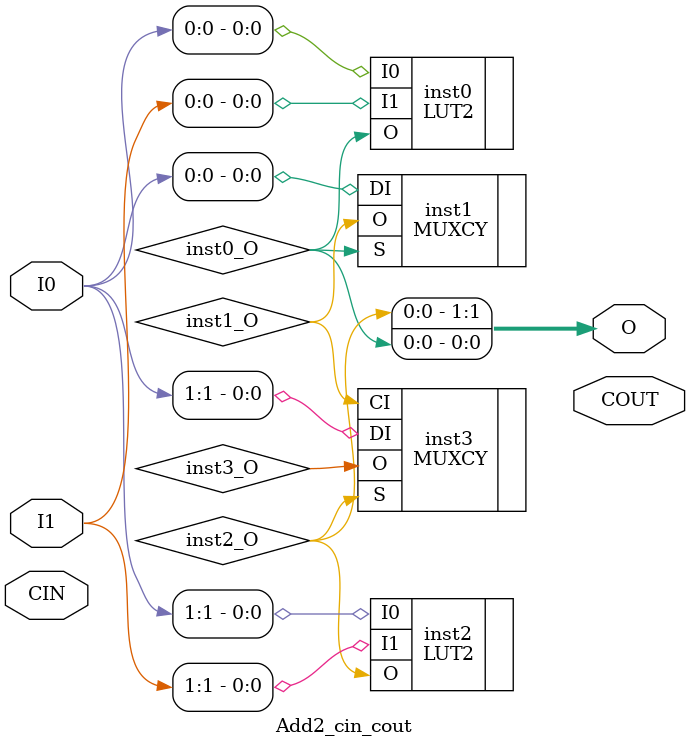
<source format=v>
module Add2_cin_cout (input [1:0] I0, input [1:0] I1, input  CIN, output [1:0] O, output  COUT);
wire  inst0_O;
wire  inst1_O;
wire  inst2_O;
wire  inst3_O;
LUT2 #(.INIT(4'h6)) inst0 (.I0(I0[0]), .I1(I1[0]), .O(inst0_O));
MUXCY inst1 (.DI(I0[0]), .S(inst0_O), .O(inst1_O));
LUT2 #(.INIT(4'h6)) inst2 (.I0(I0[1]), .I1(I1[1]), .O(inst2_O));
MUXCY inst3 (.DI(I0[1]), .CI(inst1_O), .S(inst2_O), .O(inst3_O));
assign O = {inst2_O,inst0_O};
endmodule


</source>
